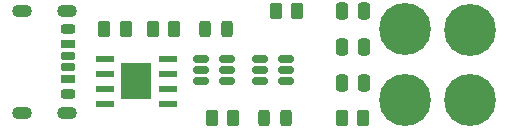
<source format=gbr>
%TF.GenerationSoftware,KiCad,Pcbnew,8.0.6*%
%TF.CreationDate,2025-04-05T03:11:41-05:00*%
%TF.ProjectId,battery protection board,62617474-6572-4792-9070-726f74656374,rev?*%
%TF.SameCoordinates,Original*%
%TF.FileFunction,Soldermask,Top*%
%TF.FilePolarity,Negative*%
%FSLAX46Y46*%
G04 Gerber Fmt 4.6, Leading zero omitted, Abs format (unit mm)*
G04 Created by KiCad (PCBNEW 8.0.6) date 2025-04-05 03:11:41*
%MOMM*%
%LPD*%
G01*
G04 APERTURE LIST*
G04 Aperture macros list*
%AMRoundRect*
0 Rectangle with rounded corners*
0 $1 Rounding radius*
0 $2 $3 $4 $5 $6 $7 $8 $9 X,Y pos of 4 corners*
0 Add a 4 corners polygon primitive as box body*
4,1,4,$2,$3,$4,$5,$6,$7,$8,$9,$2,$3,0*
0 Add four circle primitives for the rounded corners*
1,1,$1+$1,$2,$3*
1,1,$1+$1,$4,$5*
1,1,$1+$1,$6,$7*
1,1,$1+$1,$8,$9*
0 Add four rect primitives between the rounded corners*
20,1,$1+$1,$2,$3,$4,$5,0*
20,1,$1+$1,$4,$5,$6,$7,0*
20,1,$1+$1,$6,$7,$8,$9,0*
20,1,$1+$1,$8,$9,$2,$3,0*%
G04 Aperture macros list end*
%ADD10C,4.400000*%
%ADD11RoundRect,0.150000X-0.512500X-0.150000X0.512500X-0.150000X0.512500X0.150000X-0.512500X0.150000X0*%
%ADD12R,2.600000X3.100000*%
%ADD13R,1.550000X0.600000*%
%ADD14RoundRect,0.250000X-0.262500X-0.450000X0.262500X-0.450000X0.262500X0.450000X-0.262500X0.450000X0*%
%ADD15RoundRect,0.250000X0.262500X0.450000X-0.262500X0.450000X-0.262500X-0.450000X0.262500X-0.450000X0*%
%ADD16RoundRect,0.175000X-0.425000X0.175000X-0.425000X-0.175000X0.425000X-0.175000X0.425000X0.175000X0*%
%ADD17RoundRect,0.190000X0.410000X-0.190000X0.410000X0.190000X-0.410000X0.190000X-0.410000X-0.190000X0*%
%ADD18RoundRect,0.200000X0.400000X-0.200000X0.400000X0.200000X-0.400000X0.200000X-0.400000X-0.200000X0*%
%ADD19RoundRect,0.175000X0.425000X-0.175000X0.425000X0.175000X-0.425000X0.175000X-0.425000X-0.175000X0*%
%ADD20RoundRect,0.190000X-0.410000X0.190000X-0.410000X-0.190000X0.410000X-0.190000X0.410000X0.190000X0*%
%ADD21RoundRect,0.200000X-0.400000X0.200000X-0.400000X-0.200000X0.400000X-0.200000X0.400000X0.200000X0*%
%ADD22O,1.700000X1.100000*%
%ADD23RoundRect,0.243750X-0.243750X-0.456250X0.243750X-0.456250X0.243750X0.456250X-0.243750X0.456250X0*%
%ADD24RoundRect,0.250000X-0.250000X-0.475000X0.250000X-0.475000X0.250000X0.475000X-0.250000X0.475000X0*%
%ADD25RoundRect,0.250000X0.250000X0.475000X-0.250000X0.475000X-0.250000X-0.475000X0.250000X-0.475000X0*%
G04 APERTURE END LIST*
D10*
%TO.C,O-*%
X173500000Y-98500000D03*
%TD*%
%TO.C,O+*%
X173500000Y-92550000D03*
%TD*%
D11*
%TO.C,U3*%
X150725000Y-95000000D03*
X150725000Y-95950000D03*
X150725000Y-96900000D03*
X153000000Y-96900000D03*
X153000000Y-95950000D03*
X153000000Y-95000000D03*
%TD*%
%TO.C,U2*%
X155725000Y-95000000D03*
X155725000Y-95950000D03*
X155725000Y-96900000D03*
X158000000Y-96900000D03*
X158000000Y-95950000D03*
X158000000Y-95000000D03*
%TD*%
D12*
%TO.C,U1*%
X145300000Y-96905000D03*
D13*
X142600000Y-95000000D03*
X142600000Y-96270000D03*
X142600000Y-97540000D03*
X142600000Y-98810000D03*
X148000000Y-98810000D03*
X148000000Y-97540000D03*
X148000000Y-96270000D03*
X148000000Y-95000000D03*
%TD*%
D14*
%TO.C,R5*%
X162675000Y-100000000D03*
X164500000Y-100000000D03*
%TD*%
D15*
%TO.C,R4*%
X158912500Y-91000000D03*
X157087500Y-91000000D03*
%TD*%
D14*
%TO.C,R3*%
X151675000Y-100000000D03*
X153500000Y-100000000D03*
%TD*%
%TO.C,R2*%
X142587500Y-92500000D03*
X144412500Y-92500000D03*
%TD*%
%TO.C,R1*%
X146675000Y-92500000D03*
X148500000Y-92500000D03*
%TD*%
D16*
%TO.C,J1*%
X139500000Y-94750000D03*
D17*
X139500000Y-96770000D03*
D18*
X139500000Y-98000000D03*
D19*
X139500000Y-95750000D03*
D20*
X139500000Y-93730000D03*
D21*
X139500000Y-92500000D03*
D22*
X139420000Y-90930000D03*
X135620000Y-90930000D03*
X139420000Y-99570000D03*
X135620000Y-99570000D03*
%TD*%
D10*
%TO.C,B-*%
X168000000Y-92500000D03*
%TD*%
%TO.C,B+*%
X168000000Y-98500000D03*
%TD*%
D23*
%TO.C,D2*%
X151062500Y-92500000D03*
X152937500Y-92500000D03*
%TD*%
%TO.C,D1*%
X156062500Y-100000000D03*
X157937500Y-100000000D03*
%TD*%
D24*
%TO.C,C3*%
X162672500Y-97025000D03*
X164572500Y-97025000D03*
%TD*%
D25*
%TO.C,C2*%
X164572500Y-94015000D03*
X162672500Y-94015000D03*
%TD*%
D24*
%TO.C,C1*%
X162672500Y-91005000D03*
X164572500Y-91005000D03*
%TD*%
M02*

</source>
